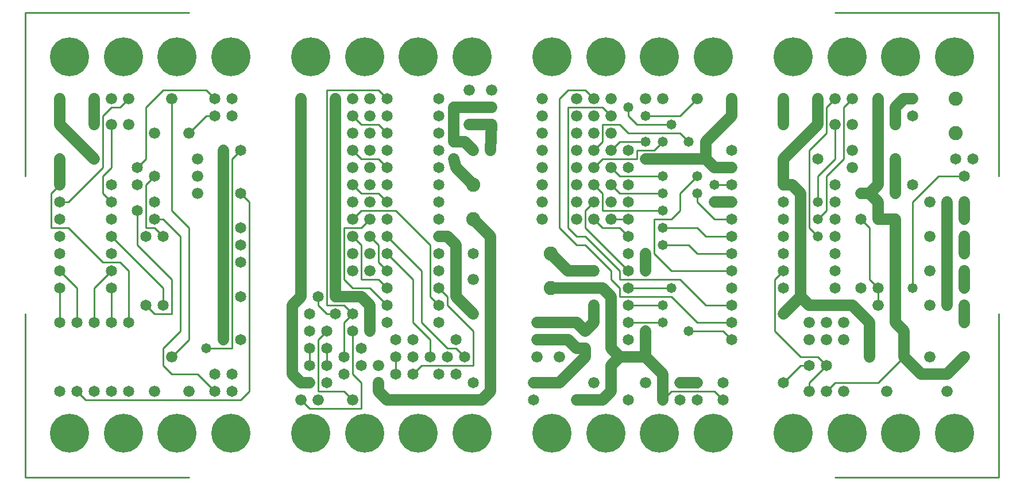
<source format=gtl>
%MOIN*%
%FSLAX25Y25*%
G04 D10 used for Character Trace; *
G04     Circle (OD=.01000) (No hole)*
G04 D11 used for Power Trace; *
G04     Circle (OD=.06700) (No hole)*
G04 D12 used for Signal Trace; *
G04     Circle (OD=.01100) (No hole)*
G04 D13 used for Via; *
G04     Circle (OD=.05800) (Round. Hole ID=.02800)*
G04 D14 used for Component hole; *
G04     Circle (OD=.06500) (Round. Hole ID=.03500)*
G04 D15 used for Component hole; *
G04     Circle (OD=.06600) (Round. Hole ID=.04200)*
G04 D16 used for Component hole; *
G04     Circle (OD=.08200) (Round. Hole ID=.05200)*
G04 D17 used for Component hole; *
G04     Circle (OD=.09000) (Round. Hole ID=.06000)*
G04 D18 used for Component hole; *
G04     Circle (OD=.11600) (Round. Hole ID=.08600)*
G04 D19 used for Component hole; *
G04     Circle (OD=.15500) (Round. Hole ID=.12500)*
G04 D20 used for Component hole; *
G04     Circle (OD=.18200) (Round. Hole ID=.15200)*
G04 D21 used for Component hole; *
G04     Circle (OD=.22600) (Round. Hole ID=.19600)*
%ADD10C,.01000*%
%ADD11C,.06700*%
%ADD12C,.01100*%
%ADD13C,.05800*%
%ADD14C,.06500*%
%ADD15C,.06600*%
%ADD16C,.08200*%
%ADD17C,.09000*%
%ADD18C,.11600*%
%ADD19C,.15500*%
%ADD20C,.18200*%
%ADD21C,.22600*%
%IPPOS*%
%LPD*%
G90*X0Y0D02*D21*X25625Y25625D03*D12*              
X35000Y45000D02*X125000D01*X130000Y50000D01*      
Y160000D01*X125000Y165000D01*D14*D03*X115000D03*  
D11*Y105000D01*D14*D03*D11*Y80000D01*D14*D03*D12* 
X105000Y75000D02*X120000D01*D13*X105000D03*D12*   
X85000Y70000D02*X95000Y80000D01*D15*              
X85000Y70000D03*D12*X80000Y65000D02*Y75000D01*    
X85000Y60000D02*X80000Y65000D01*X85000Y60000D02*  
X100000D01*X110000Y50000D01*D14*D03*              
X120000Y60000D03*Y50000D03*X110000Y60000D03*D15*  
X95000Y50000D03*D21*X88125Y25625D03*D12*          
X120000Y75000D02*Y185000D01*X125000Y190000D01*D14*
D03*X115000D03*D11*Y165000D01*D15*                
X100000Y175000D03*Y165000D03*D12*X95000Y80000D02* 
Y145000D01*X80000Y75000D02*X90000Y85000D01*       
Y140000D01*X80000Y150000D01*X75000D01*D14*D03*D12*
X70000Y145000D02*X75000D01*X80000Y140000D01*D14*  
D03*D12*X70000Y145000D02*Y170000D01*              
X75000Y175000D01*D14*D03*X65000Y180000D03*D12*    
X70000Y185000D01*Y215000D01*X80000Y225000D01*     
X105000D01*X110000Y220000D01*D14*D03*             
X120000Y210000D03*D12*X95000Y200000D02*           
X105000Y210000D01*D15*X95000Y200000D03*D12*       
X105000Y210000D02*X110000D01*D14*D03*             
X120000Y220000D03*D15*X85000D03*D12*Y155000D01*   
X95000Y145000D01*D14*X75000Y160000D03*            
X70000Y140000D03*X65000Y170000D03*                
X125000Y125000D03*Y135000D03*X65000Y155000D03*D12*
Y135000D01*X85000Y115000D01*Y95000D01*X75000D01*  
X70000Y100000D01*D14*D03*D12*X80000D02*Y110000D01*
D14*Y100000D03*D12*Y110000D02*X50000Y140000D01*   
D14*D03*Y150000D03*Y130000D03*D12*                
X45000Y125000D02*X55000D01*X60000Y120000D01*      
Y90000D01*D14*D03*X50000D03*D12*Y110000D01*D14*   
D03*Y120000D03*D12*X40000Y110000D01*Y90000D01*D14*
D03*X30000D03*D12*Y110000D01*X20000Y120000D01*D14*
D03*Y130000D03*Y110000D03*D12*Y90000D01*D14*D03*  
D12*X45000Y125000D02*X25000Y145000D01*X15000D01*  
Y165000D01*X20000Y170000D01*D14*D03*D11*          
Y185000D01*D14*D03*D15*X40000Y205000D03*D11*      
Y220000D01*D15*D03*D12*X45000Y210000D02*          
X50000Y215000D01*X45000Y180000D02*Y210000D01*     
X25000Y160000D02*X45000Y180000D01*                
X20000Y160000D02*X25000D01*D14*X20000D03*         
Y150000D03*Y140000D03*X40000Y185000D03*D11*       
X20000Y205000D01*D15*D03*D11*Y220000D01*D15*D03*  
D21*X25625Y244375D03*D15*X50000Y205000D03*D12*    
Y180000D01*X45000Y175000D01*Y165000D01*           
X50000Y160000D01*D14*D03*Y170000D03*D15*          
X75000Y200000D03*X60000Y205000D03*                
X100000Y185000D03*D12*X50000Y215000D02*X55000D01* 
X60000Y220000D01*D15*D03*X50000D03*D21*           
X56875Y244375D03*X88125D03*X119375D03*D14*        
X125000Y145000D03*Y105000D03*Y80000D03*           
X20000Y50000D03*X30000D03*D12*X35000Y45000D01*D14*
X40000Y50000D03*X50000D03*D21*X56875Y25625D03*D14*
X60000Y50000D03*D15*X75000D03*D21*                
X119375Y25625D03*G90*X0Y0D02*D11*X160000Y55000D02*
X155000Y60000D01*X160000Y55000D02*X165000D01*D14* 
D03*D12*X170000Y50000D02*X185000D01*              
X190000Y45000D01*D15*D03*D12*X165000Y40000D02*    
X195000D01*X165000D02*X160000Y45000D01*D15*D03*   
X170000D03*D12*Y50000D02*Y80000D01*               
X175000Y85000D01*D14*D03*X165000Y95000D03*        
Y75000D03*D12*Y65000D01*D14*D03*X175000Y55000D03* 
Y75000D03*D12*Y65000D01*D14*D03*X185000Y60000D03* 
Y70000D03*D12*Y90000D01*X190000Y95000D01*D14*D03* 
D12*X185000Y100000D01*X175000D01*Y225000D01*      
X205000D01*X210000Y220000D01*D14*D03*D15*         
X200000Y210000D03*Y220000D03*D14*                 
X210000Y210000D03*D12*X195000Y205000D02*          
X205000D01*X210000Y200000D01*D14*D03*D15*         
X200000Y190000D03*Y200000D03*D14*                 
X210000Y190000D03*D12*X195000Y185000D02*          
X205000D01*X210000Y180000D01*D14*D03*D15*         
X200000Y170000D03*Y180000D03*D14*                 
X210000Y170000D03*D12*X195000Y165000D02*          
X205000D01*X210000Y160000D01*D14*D03*D12*         
X235000Y135000D02*X215000Y155000D01*              
X235000Y105000D02*Y135000D01*X240000Y100000D02*   
X235000Y105000D01*D14*X240000Y100000D03*D12*      
X245000D02*Y105000D01*X260000Y85000D02*           
X245000Y100000D01*X260000Y65000D02*Y85000D01*     
X230000Y65000D02*X260000D01*X225000Y60000D02*     
X230000Y65000D01*D14*X225000Y60000D03*            
X235000Y70000D03*D12*Y80000D01*X225000Y90000D01*  
Y115000D01*X210000Y130000D01*D14*D03*D12*         
X205000Y125000D02*Y135000D01*X210000Y120000D02*   
X205000Y125000D01*D14*X210000Y120000D03*D12*      
Y110000D02*X205000Y115000D01*D14*                 
X210000Y110000D03*D12*X195000Y115000D02*          
X205000D01*X195000D02*Y135000D01*                 
X190000Y140000D01*D15*D03*D12*X185000Y145000D02*  
X195000D01*X185000Y115000D02*Y145000D01*          
X190000Y110000D02*X185000Y115000D01*              
X190000Y110000D02*X200000D01*X210000Y100000D01*   
D14*D03*D11*X200000Y85000D02*Y100000D01*D14*      
Y85000D03*X195000Y75000D03*X190000Y85000D03*D12*  
Y60000D01*X195000Y55000D01*Y40000D01*D11*         
X210000Y45000D02*X205000Y50000D01*D15*            
X210000Y45000D03*D11*X265000D01*X270000Y50000D01* 
Y55000D01*D14*D03*D11*Y80000D01*D14*D03*D11*      
Y105000D01*D15*D03*D11*Y130000D01*D14*D03*D11*    
Y140000D01*X260000Y150000D01*D16*D03*D11*         
X250000Y105000D02*Y135000D01*X260000Y95000D02*    
X250000Y105000D01*D15*X260000Y95000D03*D12*       
X245000Y105000D02*X240000Y110000D01*D14*D03*D12*  
X230000Y90000D02*Y120000D01*X245000Y75000D02*     
X230000Y90000D01*X245000Y75000D02*X250000D01*     
X255000Y70000D01*D14*D03*X250000Y60000D03*        
X245000Y70000D03*X250000Y80000D03*                
X260000Y55000D03*X240000Y60000D03*Y90000D03*      
X225000Y80000D03*Y70000D03*X215000Y80000D03*      
Y70000D03*D12*Y60000D01*D14*D03*D11*              
X205000Y50000D02*Y55000D01*D15*D03*D14*           
X195000Y65000D03*D15*X205000D03*D21*              
X196875Y25625D03*X228125D03*D14*X210000Y90000D03* 
X165000Y85000D03*X180000Y95000D03*D12*X175000D01* 
X170000Y100000D01*Y105000D01*D14*D03*X180000D03*  
D11*X190000D01*D14*D03*D11*X195000D01*            
X200000Y100000D01*D15*X180000Y120000D03*D11*      
Y105000D01*D15*X190000Y120000D03*D11*X180000D02*  
Y130000D01*D15*D03*D11*Y140000D01*D15*D03*D11*    
Y150000D01*D15*D03*D11*Y160000D01*D15*D03*D11*    
Y170000D01*D15*D03*D11*Y180000D01*D15*D03*D11*    
Y190000D01*D15*D03*D11*Y200000D01*D15*D03*D11*    
Y210000D01*D15*D03*D11*Y220000D01*D15*D03*        
X190000Y210000D03*D12*X195000Y205000D01*D15*      
X190000Y200000D03*Y190000D03*D12*                 
X195000Y185000D01*D15*X190000Y180000D03*          
Y170000D03*D12*X195000Y165000D01*D15*             
X200000Y160000D03*X190000D03*D12*Y150000D02*      
X195000Y155000D01*D15*X190000Y150000D03*D12*      
X195000Y145000D02*X200000Y150000D01*D15*D03*D12*  
X195000Y155000D02*X215000D01*D14*                 
X210000Y150000D03*D15*X200000Y140000D03*D12*      
X205000Y135000D01*D14*X210000Y140000D03*D12*      
X230000Y120000D01*D14*X240000Y130000D03*          
Y120000D03*D11*X250000Y135000D02*                 
X245000Y140000D01*X240000D01*D14*D03*Y150000D03*  
X260000Y130000D03*X240000Y160000D03*D15*          
X260000Y115000D03*D16*Y170000D03*D11*             
X250000Y180000D01*X248500Y185000D01*D15*D03*D11*  
X260000Y190000D02*X255000Y195000D01*D15*          
X260000Y190000D03*D11*X248500Y195000D02*          
X255000D01*D13*X248500D03*D11*Y205000D01*D15*D03* 
D11*Y215000D01*D13*D03*D11*X257500D01*D15*D03*D11*
X270500D01*D15*D03*X257500Y225000D03*Y205000D03*  
D11*X270500D01*D15*D03*D11*X270000Y190000D01*D15* 
D03*D14*X240000Y220000D03*Y210000D03*Y200000D03*  
Y190000D03*Y180000D03*Y170000D03*D15*             
X270500Y225000D03*D21*X259375Y244375D03*          
X228125D03*D15*X200000Y120000D03*Y130000D03*D21*  
X196875Y244375D03*D15*X190000Y220000D03*          
Y130000D03*D21*X165625Y244375D03*D15*             
X160000Y220000D03*D11*Y210000D01*D15*D03*D11*     
Y200000D01*D15*D03*D11*Y190000D01*D15*D03*D11*    
Y180000D01*D15*D03*D11*Y170000D01*D15*D03*D11*    
Y160000D01*D15*D03*D11*Y150000D01*D15*D03*D11*    
Y140000D01*D15*D03*D11*Y130000D01*D15*D03*D11*    
Y120000D01*D15*D03*D11*Y105000D01*D14*D03*D11*    
X155000Y100000D01*Y60000D01*D21*X165625Y25625D03* 
X259375D03*G90*X0Y0D02*D14*X295000Y45000D03*      
Y55000D03*D11*X310000D01*D15*D03*D11*             
X325000Y70000D01*Y75000D01*D15*D03*D11*X320000D01*
X315000Y80000D01*X310000D01*D15*D03*D11*          
X297000D01*D15*D03*X310000Y70000D03*Y90000D03*D11*
X297000D01*D15*D03*D11*X310000D02*X320000D01*     
X325000Y85000D01*D15*D03*D11*X330000Y90000D01*    
Y100000D01*D15*D03*D11*X340000Y105000D02*         
X335000Y110000D01*X340000Y75000D02*Y105000D01*    
X345000Y70000D02*X340000Y75000D01*Y65000D02*      
X345000Y70000D01*X340000Y50000D02*Y65000D01*      
X335000Y45000D02*X340000Y50000D01*                
X320000Y45000D02*X335000D01*D15*X320000D03*       
X330000Y55000D03*D21*X305625Y25625D03*X336875D03* 
D11*X345000Y70000D02*X360000D01*X370000Y60000D01* 
Y55000D01*D15*D03*D11*Y45000D01*D14*D03*D12*      
X375000Y50000D01*X400000D01*X405000Y45000D01*D14* 
D03*Y55000D03*X390000D03*D11*X380000D01*D14*D03*  
X390000Y45000D03*X380000D03*D11*X360000Y70000D02* 
Y85000D01*D13*D03*D14*X350000Y90000D03*D12*       
X370000D01*D13*D03*Y100000D03*D12*X350000D01*D14* 
D03*D12*X345000Y105000D02*X375000D01*             
X390000Y90000D01*X410000D01*D14*D03*D12*Y80000D02*
X405000Y85000D01*D14*X410000Y80000D03*D12*        
X385000Y85000D02*X405000D01*D13*X385000D03*D12*   
X395000Y100000D02*X410000D01*D14*D03*Y110000D03*  
D12*X395000Y100000D02*X380000Y115000D01*          
X345000D01*Y120000D01*X325000Y140000D01*          
X320000D01*X315000Y145000D01*Y215000D01*          
X335000D01*X340000Y210000D01*D15*D03*D12*         
X350000Y200000D02*X345000Y205000D01*              
X350000Y200000D02*X380000D01*X385000Y195000D01*   
D13*D03*D11*X400000Y180000D02*X395000Y185000D01*  
X400000Y180000D02*X410000D01*D14*D03*D13*         
X400000Y170000D03*D12*X410000D01*D14*D03*D13*     
X400000Y160000D03*D11*X410000D01*D14*D03*D12*     
X400000Y150000D02*X410000D01*D14*D03*D12*         
X400000D02*X390000Y160000D01*Y165000D01*D13*D03*  
D12*X375000Y150000D02*X380000Y155000D01*          
X365000Y150000D02*X375000D01*X365000Y130000D02*   
Y150000D01*X375000Y120000D02*X365000Y130000D01*   
X375000Y120000D02*X410000D01*D14*D03*Y130000D03*  
D12*X390000D01*X385000Y135000D01*X370000D01*D13*  
D03*Y145000D03*D12*X390000D01*X395000Y140000D01*  
X410000D01*D14*D03*D12*X380000Y155000D02*         
Y165000D01*D13*X370000D03*D12*X345000D01*         
X340000Y170000D01*D15*D03*D12*X345000Y175000D02*  
X370000D01*D13*D03*D12*X380000Y165000D02*         
X390000Y175000D01*D13*D03*D11*X360000Y185000D02*  
X395000D01*D13*X360000D03*D12*X355000Y190000D02*  
X365000D01*X355000Y185000D02*Y190000D01*          
X335000Y185000D02*X355000D01*X330000Y180000D02*   
X335000Y185000D01*D15*X330000Y180000D03*          
X340000Y190000D03*D12*X345000Y195000D01*          
X360000D01*D13*D03*D12*X365000Y190000D02*         
X370000Y195000D01*D13*D03*X375000Y205000D03*D12*  
X355000D01*X350000Y210000D01*Y215000D01*D13*D03*  
X360000Y210000D03*D12*X380000D01*                 
X390000Y220000D01*D15*D03*D11*X395000Y195000D02*  
X410000Y210000D01*X395000Y185000D02*Y195000D01*   
D14*X410000Y190000D03*D11*Y210000D02*Y220000D01*  
D15*D03*D21*X399375Y244375D03*X368125D03*D15*     
X370000Y220000D03*X360000D03*D14*                 
X350000Y160000D03*Y190000D03*Y180000D03*          
Y170000D03*D13*X370000Y155000D03*D12*X335000D01*  
Y165000D01*X330000Y170000D01*D15*D03*             
X340000Y160000D03*Y180000D03*D12*                 
X345000Y175000D01*D15*X330000Y190000D03*D12*      
X335000Y195000D01*Y205000D01*X345000D01*D15*      
X340000Y200000D03*X330000Y220000D03*D12*          
X325000Y225000D01*X315000D01*X310000Y220000D01*   
Y145000D01*X320000Y135000D01*X325000D01*          
X340000Y120000D01*Y115000D01*X345000Y110000D01*   
Y105000D01*D14*X350000Y110000D03*D12*X375000D01*  
D13*D03*X360000Y120000D03*D11*Y130000D01*D13*D03* 
D14*X350000Y140000D03*D12*X345000Y145000D01*      
X335000D01*X330000Y150000D01*D15*D03*D12*         
X325000Y145000D02*Y155000D01*X350000Y120000D02*   
X325000Y145000D01*D14*X350000Y120000D03*          
Y130000D03*D11*X305000Y110000D02*X335000D01*D16*  
X305000D03*D11*X315000Y120000D02*X330000D01*D15*  
D03*D11*X315000D02*X305000Y130000D01*D16*D03*D15* 
X320000Y150000D03*X300000D03*D12*                 
X325000Y155000D02*X330000Y160000D01*D15*D03*      
X340000Y150000D03*D12*X350000D01*D14*D03*D15*     
X320000Y180000D03*Y170000D03*Y160000D03*          
Y190000D03*X300000Y200000D03*Y190000D03*          
Y180000D03*Y170000D03*Y160000D03*                 
X330000Y200000D03*X320000D03*X330000Y210000D03*   
X320000D03*X300000D03*D14*X350000Y80000D03*D15*   
X340000Y220000D03*X320000D03*X300000D03*          
X297000Y70000D03*X360000Y55000D03*D21*            
X336875Y244375D03*X305625D03*D14*X350000Y45000D03*
D21*X368125Y25625D03*X399375D03*G90*X0Y0D02*D12*  
X450000Y70000D02*X435000Y85000D01*                
X450000Y70000D02*X460000D01*X465000Y65000D01*D14* 
D03*D12*X455000Y55000D01*Y50000D01*D15*D03*       
X465000D03*D12*X470000Y55000D01*X495000D01*       
X510000Y70000D01*D15*D03*D11*X520000Y60000D01*    
X535000D01*X545000Y70000D01*D15*D03*              
X535000Y50000D03*D14*X545000Y90000D03*D11*        
Y100000D01*D15*D03*D14*Y110000D03*D11*Y120000D01* 
D15*D03*D14*Y130000D03*D11*Y140000D01*D15*D03*D14*
Y150000D03*D11*Y160000D01*D15*D03*X535000D03*D11* 
Y140000D01*D15*D03*D11*Y120000D01*D15*D03*D11*    
Y100000D01*D15*D03*X525000D03*D13*                
X515000Y110000D03*D12*Y160000D01*                 
X530000Y175000D01*X545000D01*D14*D03*             
X550000Y185000D03*X540000D03*D15*                 
X525000Y160000D03*D16*X540000Y200000D03*D14*      
X515000Y170000D03*D15*X525000Y140000D03*D14*      
X515000Y210000D03*D11*X505000Y205000D02*          
Y215000D01*D15*Y205000D03*X495000Y195000D03*D11*  
Y170000D01*X490000Y165000D01*X495000Y160000D01*   
Y150000D01*D14*D03*D11*X505000D01*D14*D03*D11*    
Y130000D01*D14*D03*D11*Y110000D01*D14*D03*D11*    
Y100000D01*D15*D03*D11*Y90000D01*D14*D03*D11*     
X510000Y85000D01*Y70000D01*D15*X525000D03*D11*    
X490000D02*Y90000D01*D15*Y70000D03*               
X475000Y80000D03*Y50000D03*D11*X490000Y90000D02*  
X480000Y100000D01*X455000D01*X450000Y105000D01*   
X440000Y95000D01*D14*D03*D11*X450000Y105000D02*   
Y165000D01*X445000Y170000D01*X440000D01*D14*D03*  
D11*Y185000D01*D14*D03*D11*X460000Y205000D01*D15* 
D03*D11*Y220000D01*D15*D03*D12*X465000Y200000D02* 
Y215000D01*X455000Y190000D02*X465000Y200000D01*   
X455000Y145000D02*Y190000D01*X460000Y140000D02*   
X455000Y145000D01*D13*X460000Y140000D03*D14*      
X470000Y130000D03*Y150000D03*Y140000D03*D13*      
X460000Y150000D03*D12*X465000Y155000D01*          
Y175000D01*X475000Y185000D01*Y215000D01*          
X480000Y220000D01*D15*D03*X470000D03*D12*         
X465000Y215000D01*D15*X470000Y205000D03*D12*      
Y185000D01*X460000Y175000D01*Y160000D01*D13*D03*  
D14*X470000Y170000D03*Y160000D03*D15*             
X480000Y180000D03*D14*X440000Y140000D03*          
Y160000D03*Y150000D03*X485000D03*D12*             
X490000Y145000D01*Y115000D01*X495000Y110000D01*   
D14*D03*D12*Y100000D01*D15*D03*D14*               
X485000Y110000D03*D15*X475000Y90000D03*D14*       
X470000Y120000D03*Y110000D03*D15*X465000Y90000D03*
X525000Y120000D03*X465000Y80000D03*               
X455000Y90000D03*Y80000D03*D14*Y65000D03*D12*     
X450000D01*X440000Y55000D01*D14*D03*D12*          
X435000Y85000D02*Y115000D01*X440000Y120000D01*D14*
D03*Y130000D03*Y110000D03*X485000Y165000D03*D11*  
X490000D01*D14*X505000D03*D11*Y185000D01*D15*D03* 
D11*X495000Y195000D02*Y220000D01*D14*D03*D11*     
X505000Y215000D02*X510000Y220000D01*X515000D01*   
D14*D03*D21*X539375Y244375D03*D16*                
X540000Y220000D03*D21*X508125Y244375D03*D15*      
X480000Y205000D03*Y190000D03*D21*                 
X476875Y244375D03*D14*X460000Y185000D03*D21*      
X445625Y244375D03*D15*X440000Y220000D03*D11*      
Y205000D01*D15*D03*X500000Y50000D03*D21*          
X445625Y25625D03*X476875D03*X508125D03*X539375D03*
G90*X0Y0D02*D12*X95000D01*X0D02*Y95000D01*G90*    
Y0D02*Y175000D02*Y270000D01*X95000D01*G90*X0Y0D02*
X470000D02*X565000D01*Y95000D01*G90*X0Y0D02*      
X470000Y270000D02*X565000D01*Y175000D01*M02*      

</source>
